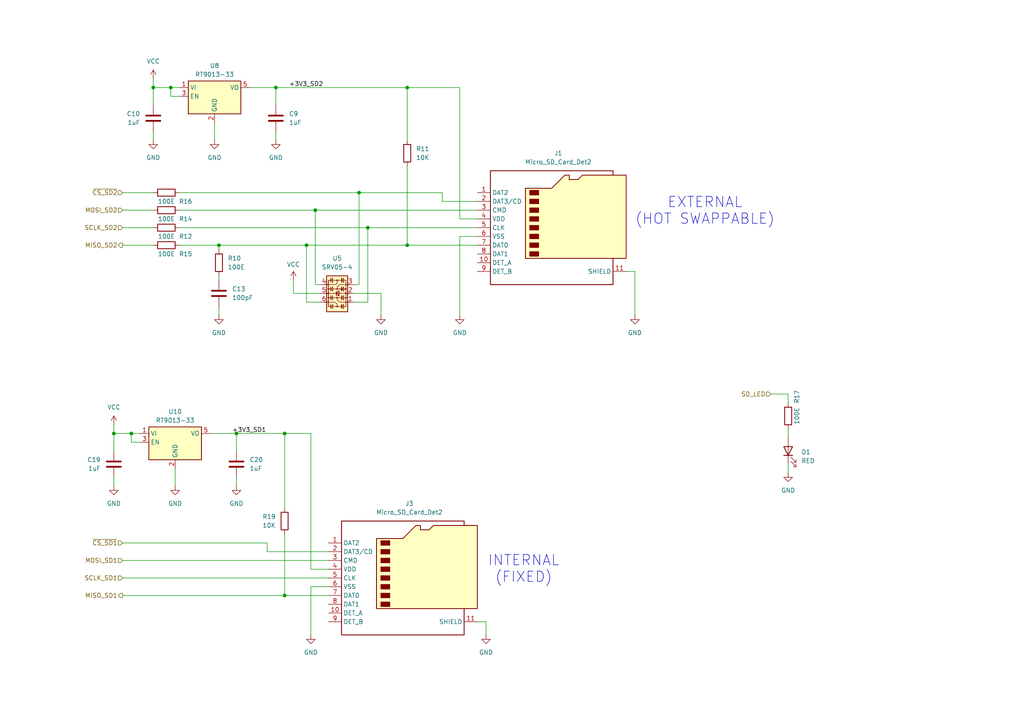
<source format=kicad_sch>
(kicad_sch (version 20250114) (generator "eeschema") (generator_version "9.0")
  (paper "A4")
  (title_block (title "A500-SD-plus-controller") (date "2025-09-26") (rev "1.0") (company "Mathesar"))
  (lib_symbols
    (symbol "Connector:Micro_SD_Card_Det2"
      (property "Reference" "J" (at -16.51 17.78 0))
      (property "Value" "Micro_SD_Card_Det2" (at 16.51 17.78 0))
      (symbol "Micro_SD_Card_Det2_0_1"
        (polyline (pts (xy -8.89 -8.89) (xy -8.89 11.43) (xy -1.27 11.43) (xy 2.54 15.24) (xy 3.81 15.24) (xy 3.81 13.97) (xy 6.35 13.97) (xy 7.62 15.24) (xy 20.32 15.24) (xy 20.32 -8.89) (xy -8.89 -8.89)) (stroke (width 0.254)) (fill (type background)))
        (rectangle (start -7.62 10.795) (end -5.08 9.525) (stroke (width 0.254)) (fill (type outline)))
        (rectangle (start -7.62 8.255) (end -5.08 6.985) (stroke (width 0.254)) (fill (type outline)))
        (rectangle (start -7.62 5.715) (end -5.08 4.445) (stroke (width 0.254)) (fill (type outline)))
        (rectangle (start -7.62 3.175) (end -5.08 1.905) (stroke (width 0.254)) (fill (type outline)))
        (rectangle (start -7.62 0.635) (end -5.08 -0.635) (stroke (width 0.254)) (fill (type outline)))
        (rectangle (start -7.62 -1.905) (end -5.08 -3.175) (stroke (width 0.254)) (fill (type outline)))
        (rectangle (start -7.62 -4.445) (end -5.08 -5.715) (stroke (width 0.254)) (fill (type outline)))
        (rectangle (start -7.62 -6.985) (end -5.08 -8.255) (stroke (width 0.254)) (fill (type outline)))
        (polyline (pts (xy 16.51 15.24) (xy 16.51 16.51) (xy -19.05 16.51) (xy -19.05 -16.51) (xy 16.51 -16.51) (xy 16.51 -8.89)) (stroke (width 0.254)))
      )
      (symbol "Micro_SD_Card_Det2_1_1"
        (pin bidirectional line (at -22.86 10.16 0) (length 3.81) (name "DAT2") (number "1"))
        (pin bidirectional line (at -22.86 7.62 0) (length 3.81) (name "DAT3/CD") (number "2"))
        (pin input line (at -22.86 5.08 0) (length 3.81) (name "CMD") (number "3"))
        (pin power_in line (at -22.86 2.54 0) (length 3.81) (name "VDD") (number "4"))
        (pin input line (at -22.86 0 0) (length 3.81) (name "CLK") (number "5"))
        (pin power_in line (at -22.86 -2.54 0) (length 3.81) (name "VSS") (number "6"))
        (pin bidirectional line (at -22.86 -5.08 0) (length 3.81) (name "DAT0") (number "7"))
        (pin bidirectional line (at -22.86 -7.62 0) (length 3.81) (name "DAT1") (number "8"))
        (pin passive line (at -22.86 -10.16 0) (length 3.81) (name "DET_A") (number "10"))
        (pin passive line (at -22.86 -12.7 0) (length 3.81) (name "DET_B") (number "9"))
        (pin passive line (at 20.32 -12.7 180) (length 3.81) (name "SHIELD") (number "11"))
      )
    )
    (symbol "Dennis:RT9013"
      (property "Reference" "U" (at -3.81 3.175 0))
      (property "Value" "RT9013" (at 0 3.175 0))
      (symbol "RT9013_0_1"
        (rectangle (start -7.62 1.905) (end 7.62 -7.62) (stroke (width 0.254)) (fill (type background)))
      )
      (symbol "RT9013_1_1"
        (pin power_in line (at -10.16 0 0) (length 2.54) (name "VI") (number "1"))
        (pin input line (at -10.16 -2.54 0) (length 2.54) (name "EN") (number "3"))
        (pin input line (at 0 -10.16 90) (length 2.54) (name "GND") (number "2"))
        (pin power_out line (at 10.16 0 180) (length 2.54) (name "VO") (number "5"))
      )
    )
    (symbol "Device:C" (pin_numbers (hide yes)) (pin_names (offset 0.254))
      (property "Reference" "C" (at 0.635 2.54 0))
      (property "Value" "C" (at 0.635 -2.54 0))
      (symbol "C_0_1"
        (polyline (pts (xy -2.032 0.762) (xy 2.032 0.762)) (stroke (width 0.508)))
        (polyline (pts (xy -2.032 -0.762) (xy 2.032 -0.762)) (stroke (width 0.508)))
      )
      (symbol "C_1_1"
        (pin passive line (at 0 3.81 270) (length 2.794) (name "~") (number "1"))
        (pin passive line (at 0 -3.81 90) (length 2.794) (name "~") (number "2"))
      )
    )
    (symbol "Device:LED" (pin_numbers (hide yes)) (pin_names (offset 1.016) (hide yes))
      (property "Reference" "D" (at 0 2.54 0))
      (property "Value" "LED" (at 0 -2.54 0))
      (symbol "LED_0_1"
        (polyline (pts (xy -3.048 -0.762) (xy -4.572 -2.286) (xy -3.81 -2.286) (xy -4.572 -2.286) (xy -4.572 -1.524)))
        (polyline (pts (xy -1.778 -0.762) (xy -3.302 -2.286) (xy -2.54 -2.286) (xy -3.302 -2.286) (xy -3.302 -1.524)))
        (polyline (pts (xy -1.27 0) (xy 1.27 0)))
        (polyline (pts (xy -1.27 -1.27) (xy -1.27 1.27)) (stroke (width 0.254)))
        (polyline (pts (xy 1.27 -1.27) (xy 1.27 1.27) (xy -1.27 0) (xy 1.27 -1.27)) (stroke (width 0.254)))
      )
      (symbol "LED_1_1"
        (pin passive line (at -3.81 0 0) (length 2.54) (name "K") (number "1"))
        (pin passive line (at 3.81 0 180) (length 2.54) (name "A") (number "2"))
      )
    )
    (symbol "Device:R" (pin_numbers (hide yes)) (pin_names (offset 0))
      (property "Reference" "R" (at 2.032 0 90))
      (property "Value" "R" (at 0 0 90))
      (symbol "R_0_1"
        (rectangle (start -1.016 -2.54) (end 1.016 2.54) (stroke (width 0.254)))
      )
      (symbol "R_1_1"
        (pin passive line (at 0 3.81 270) (length 1.27) (name "~") (number "1"))
        (pin passive line (at 0 -3.81 90) (length 1.27) (name "~") (number "2"))
      )
    )
    (symbol "Power_Protection:NUP4202"
      (property "Reference" "U" (at -6.985 -2.54 0))
      (property "Value" "NUP4202" (at 6.35 1.27 90))
      (symbol "NUP4202_0_1"
        (rectangle (start -5.334 3.048) (end 5.08 -3.048) (stroke (width 0.254)) (fill (type background)))
        (polyline (pts (xy -4.445 1.905) (xy -3.175 1.905)))
        (polyline (pts (xy -4.445 1.27) (xy -3.175 1.27) (xy -3.81 1.905) (xy -4.445 1.27)))
        (polyline (pts (xy -4.445 -1.27) (xy -3.175 -1.27)))
        (polyline (pts (xy -4.445 -1.27) (xy -3.175 -1.27)))
        (polyline (pts (xy -4.445 -1.905) (xy -3.175 -1.905) (xy -3.81 -1.27) (xy -4.445 -1.905)))
        (polyline (pts (xy -3.81 2.54) (xy 3.81 2.54)))
        (polyline (pts (xy -3.81 2.54) (xy 3.81 2.54)))
        (polyline (pts (xy -3.81 0.635) (xy -3.81 2.54)))
        (circle (center -3.81 0) (radius 0.127))
        (circle (center -3.81 0) (radius 0.127))
        (polyline (pts (xy -3.81 -0.635) (xy -3.81 0.635)))
        (polyline (pts (xy -3.81 -2.54) (xy -3.81 -0.635)))
        (polyline (pts (xy -3.81 -2.54) (xy 3.81 -2.54)))
        (polyline (pts (xy -2.54 3.81) (xy -2.54 0.635) (xy -3.048 0) (xy -3.937 0)))
        (polyline (pts (xy -2.54 -3.81) (xy -2.54 -0.762) (xy -1.905 0) (xy -1.27 0)))
        (polyline (pts (xy -1.905 1.905) (xy -0.635 1.905)))
        (polyline (pts (xy -1.905 1.27) (xy -0.635 1.27) (xy -1.27 1.905) (xy -1.905 1.27)))
        (polyline (pts (xy -1.905 -1.27) (xy -0.635 -1.27)))
        (polyline (pts (xy -1.905 -1.27) (xy -0.635 -1.27)))
        (polyline (pts (xy -1.905 -1.905) (xy -0.635 -1.905) (xy -1.27 -1.27) (xy -1.905 -1.905)))
        (circle (center -1.27 2.54) (radius 0.127))
        (circle (center -1.27 2.54) (radius 0.127))
        (polyline (pts (xy -1.27 0.635) (xy -1.27 2.54)))
        (polyline (pts (xy -1.27 0.635) (xy -1.27 -0.635)))
        (circle (center -1.27 0) (radius 0.127))
        (circle (center -1.27 0) (radius 0.127))
        (circle (center -1.27 -2.54) (radius 0.127))
        (circle (center -1.27 -2.54) (radius 0.127))
        (polyline (pts (xy -1.27 -2.54) (xy -1.27 -0.635)))
        (polyline (pts (xy -1.27 -2.54) (xy -1.27 -0.635)))
        (polyline (pts (xy -0.762 -0.508) (xy 0.762 -0.508) (xy 0 0.254) (xy -0.762 -0.508)))
        (polyline (pts (xy -0.762 -0.508) (xy 0.762 -0.508) (xy 0 0.254) (xy -0.762 -0.508)))
        (circle (center 0 2.54) (radius 0.127))
        (circle (center 0 2.54) (radius 0.127))
        (polyline (pts (xy 0 1.016) (xy 0 3.81)))
        (polyline (pts (xy 0 -0.889) (xy 0 1.016)))
        (polyline (pts (xy 0 -0.889) (xy 0 1.016)))
        (polyline (pts (xy 0 -0.889) (xy 0 -3.81)))
        (circle (center 0 -2.54) (radius 0.127))
        (circle (center 0 -2.54) (radius 0.127))
        (polyline (pts (xy 0.635 1.905) (xy 1.905 1.905)))
        (polyline (pts (xy 0.635 1.27) (xy 1.905 1.27) (xy 1.27 1.905) (xy 0.635 1.27)))
        (polyline (pts (xy 0.635 -1.27) (xy 1.905 -1.27)))
        (polyline (pts (xy 0.635 -1.27) (xy 1.905 -1.27)))
        (polyline (pts (xy 0.635 -1.905) (xy 1.905 -1.905) (xy 1.27 -1.27) (xy 0.635 -1.905)))
        (polyline (pts (xy 0.762 0.254) (xy -0.762 0.254) (xy -0.762 0)))
        (circle (center 1.27 2.54) (radius 0.127))
        (circle (center 1.27 2.54) (radius 0.127))
        (polyline (pts (xy 1.27 0.635) (xy 1.27 2.54)))
        (polyline (pts (xy 1.27 0.635) (xy 1.27 -0.635)))
        (circle (center 1.27 0) (radius 0.127))
        (circle (center 1.27 0) (radius 0.127))
        (polyline (pts (xy 1.27 -2.54) (xy 1.27 -0.635)))
        (polyline (pts (xy 1.27 -2.54) (xy 1.27 -0.635)))
        (circle (center 1.27 -2.54) (radius 0.127))
        (circle (center 1.27 -2.54) (radius 0.127))
        (polyline (pts (xy 2.54 3.81) (xy 2.54 0.508) (xy 2.921 0) (xy 3.81 0)))
        (polyline (pts (xy 2.54 -3.81) (xy 2.54 -0.762) (xy 1.905 0) (xy 1.143 0)))
        (polyline (pts (xy 3.175 1.905) (xy 4.445 1.905)))
        (polyline (pts (xy 3.175 1.27) (xy 4.445 1.27) (xy 3.81 1.905) (xy 3.175 1.27)))
        (polyline (pts (xy 3.175 -1.27) (xy 4.445 -1.27)))
        (polyline (pts (xy 3.175 -1.27) (xy 4.445 -1.27)))
        (polyline (pts (xy 3.175 -1.905) (xy 4.445 -1.905) (xy 3.81 -1.27) (xy 3.175 -1.905)))
        (polyline (pts (xy 3.81 0.635) (xy 3.81 2.54)))
        (polyline (pts (xy 3.81 0.635) (xy 3.81 -0.635)))
        (circle (center 3.81 0) (radius 0.127))
        (circle (center 3.81 0) (radius 0.127))
        (polyline (pts (xy 3.81 -2.54) (xy 3.81 -0.635)))
      )
      (symbol "NUP4202_1_1"
        (pin passive line (at -2.54 5.08 270) (length 2.54) (name "~") (number "6"))
        (pin passive line (at -2.54 -5.08 90) (length 2.54) (name "~") (number "1"))
        (pin passive line (at 0 5.08 270) (length 2.54) (name "~") (number "5"))
        (pin passive line (at 0 -5.08 90) (length 2.54) (name "~") (number "2"))
        (pin passive line (at 2.54 5.08 270) (length 2.54) (name "~") (number "4"))
        (pin passive line (at 2.54 -5.08 90) (length 2.54) (name "~") (number "3"))
      )
    )
    (symbol "power:GND" (power) (pin_numbers (hide yes)) (pin_names (offset 0) (hide yes))
      (property "Value" "GND" (at 0 -3.81 0))
      (symbol "GND_0_1"
        (polyline (pts (xy 0 0) (xy 0 -1.27) (xy 1.27 -1.27) (xy 0 -2.54) (xy -1.27 -1.27) (xy 0 -1.27)))
      )
      (symbol "GND_1_1"
        (pin power_in line (at 0 0 270) (length 0) (name "~") (number "1"))
      )
    )
    (symbol "power:VCC" (power) (pin_numbers (hide yes)) (pin_names (offset 0) (hide yes))
      (property "Value" "VCC" (at 0 3.556 0))
      (symbol "VCC_0_1"
        (polyline (pts (xy -0.762 1.27) (xy 0 2.54)))
        (polyline (pts (xy 0 2.54) (xy 0.762 1.27)))
        (polyline (pts (xy 0 0) (xy 0 2.54)))
      )
      (symbol "VCC_1_1"
        (pin power_in line (at 0 0 90) (length 0) (name "~") (number "1"))
      )
    )
  )
  (text "INTERNAL\n(FIXED)" (at 151.892 165.1 0) (effects (font (size 3 3))))
  (text "EXTERNAL\n(HOT SWAPPABLE)\n" (at 204.47 61.214 0) (effects (font (size 3 3))))
  (junction (at 68.58 125.73))
  (junction (at 33.02 125.73))
  (junction (at 63.5 71.12))
  (junction (at 82.55 125.73))
  (junction (at 106.68 66.04))
  (junction (at 38.1 125.73))
  (junction (at 80.01 25.4))
  (junction (at 49.53 25.4))
  (junction (at 44.45 25.4))
  (junction (at 82.55 172.72))
  (junction (at 118.11 71.12))
  (junction (at 118.11 25.4))
  (junction (at 104.14 55.88))
  (junction (at 88.9 71.12))
  (junction (at 91.44 60.96))
  (wire (pts (xy 110.49 85.09) (xy 110.49 91.44)))
  (wire (pts (xy 50.8 135.89) (xy 50.8 140.97)))
  (wire (pts (xy 80.01 25.4) (xy 118.11 25.4)))
  (wire (pts (xy 133.35 68.58) (xy 133.35 91.44)))
  (wire (pts (xy 138.43 68.58) (xy 133.35 68.58)))
  (wire (pts (xy 49.53 25.4) (xy 52.07 25.4)))
  (wire (pts (xy 38.1 128.27) (xy 38.1 125.73)))
  (wire (pts (xy 95.25 165.1) (xy 90.17 165.1)))
  (wire (pts (xy 35.56 157.48) (xy 77.47 157.48)))
  (wire (pts (xy 184.15 78.74) (xy 184.15 91.44)))
  (wire (pts (xy 95.25 170.18) (xy 90.17 170.18)))
  (wire (pts (xy 92.71 85.09) (xy 85.09 85.09)))
  (wire (pts (xy 92.71 82.55) (xy 91.44 82.55)))
  (wire (pts (xy 80.01 25.4) (xy 80.01 30.48)))
  (wire (pts (xy 80.01 38.1) (xy 80.01 40.64)))
  (wire (pts (xy 128.27 58.42) (xy 138.43 58.42)))
  (wire (pts (xy 68.58 125.73) (xy 68.58 130.81)))
  (wire (pts (xy 35.56 162.56) (xy 95.25 162.56)))
  (wire (pts (xy 33.02 138.43) (xy 33.02 140.97)))
  (wire (pts (xy 102.87 87.63) (xy 106.68 87.63)))
  (wire (pts (xy 63.5 71.12) (xy 63.5 72.39)))
  (wire (pts (xy 90.17 170.18) (xy 90.17 184.15)))
  (wire (pts (xy 35.56 55.88) (xy 44.45 55.88)))
  (wire (pts (xy 63.5 80.01) (xy 63.5 81.28)))
  (wire (pts (xy 228.6 124.46) (xy 228.6 127)))
  (wire (pts (xy 91.44 60.96) (xy 138.43 60.96)))
  (wire (pts (xy 90.17 125.73) (xy 90.17 165.1)))
  (wire (pts (xy 104.14 55.88) (xy 128.27 55.88)))
  (wire (pts (xy 82.55 172.72) (xy 95.25 172.72)))
  (wire (pts (xy 88.9 87.63) (xy 88.9 71.12)))
  (wire (pts (xy 104.14 82.55) (xy 104.14 55.88)))
  (wire (pts (xy 82.55 154.94) (xy 82.55 172.72)))
  (wire (pts (xy 35.56 66.04) (xy 44.45 66.04)))
  (wire (pts (xy 138.43 180.34) (xy 140.97 180.34)))
  (wire (pts (xy 82.55 125.73) (xy 82.55 147.32)))
  (wire (pts (xy 49.53 27.94) (xy 49.53 25.4)))
  (wire (pts (xy 52.07 60.96) (xy 91.44 60.96)))
  (wire (pts (xy 91.44 60.96) (xy 91.44 82.55)))
  (wire (pts (xy 228.6 134.62) (xy 228.6 137.16)))
  (wire (pts (xy 52.07 27.94) (xy 49.53 27.94)))
  (wire (pts (xy 52.07 55.88) (xy 104.14 55.88)))
  (wire (pts (xy 35.56 167.64) (xy 95.25 167.64)))
  (wire (pts (xy 118.11 25.4) (xy 133.35 25.4)))
  (wire (pts (xy 106.68 66.04) (xy 138.43 66.04)))
  (wire (pts (xy 106.68 87.63) (xy 106.68 66.04)))
  (wire (pts (xy 33.02 123.19) (xy 33.02 125.73)))
  (wire (pts (xy 118.11 48.26) (xy 118.11 71.12)))
  (wire (pts (xy 133.35 25.4) (xy 133.35 63.5)))
  (wire (pts (xy 52.07 71.12) (xy 63.5 71.12)))
  (wire (pts (xy 35.56 172.72) (xy 82.55 172.72)))
  (wire (pts (xy 223.52 114.3) (xy 228.6 114.3)))
  (wire (pts (xy 38.1 125.73) (xy 40.64 125.73)))
  (wire (pts (xy 44.45 38.1) (xy 44.45 40.64)))
  (wire (pts (xy 77.47 160.02) (xy 95.25 160.02)))
  (wire (pts (xy 68.58 125.73) (xy 82.55 125.73)))
  (wire (pts (xy 128.27 55.88) (xy 128.27 58.42)))
  (wire (pts (xy 44.45 25.4) (xy 44.45 30.48)))
  (wire (pts (xy 63.5 71.12) (xy 88.9 71.12)))
  (wire (pts (xy 60.96 125.73) (xy 68.58 125.73)))
  (wire (pts (xy 40.64 128.27) (xy 38.1 128.27)))
  (wire (pts (xy 228.6 114.3) (xy 228.6 116.84)))
  (wire (pts (xy 184.15 78.74) (xy 181.61 78.74)))
  (wire (pts (xy 49.53 25.4) (xy 44.45 25.4)))
  (wire (pts (xy 92.71 87.63) (xy 88.9 87.63)))
  (wire (pts (xy 68.58 138.43) (xy 68.58 140.97)))
  (wire (pts (xy 52.07 66.04) (xy 106.68 66.04)))
  (wire (pts (xy 44.45 22.86) (xy 44.45 25.4)))
  (wire (pts (xy 88.9 71.12) (xy 118.11 71.12)))
  (wire (pts (xy 72.39 25.4) (xy 80.01 25.4)))
  (wire (pts (xy 77.47 157.48) (xy 77.47 160.02)))
  (wire (pts (xy 140.97 180.34) (xy 140.97 184.15)))
  (wire (pts (xy 102.87 85.09) (xy 110.49 85.09)))
  (wire (pts (xy 33.02 125.73) (xy 33.02 130.81)))
  (wire (pts (xy 138.43 63.5) (xy 133.35 63.5)))
  (wire (pts (xy 82.55 125.73) (xy 90.17 125.73)))
  (wire (pts (xy 118.11 71.12) (xy 138.43 71.12)))
  (wire (pts (xy 102.87 82.55) (xy 104.14 82.55)))
  (wire (pts (xy 63.5 88.9) (xy 63.5 91.44)))
  (wire (pts (xy 85.09 81.28) (xy 85.09 85.09)))
  (wire (pts (xy 35.56 71.12) (xy 44.45 71.12)))
  (wire (pts (xy 62.23 35.56) (xy 62.23 40.64)))
  (wire (pts (xy 38.1 125.73) (xy 33.02 125.73)))
  (wire (pts (xy 35.56 60.96) (xy 44.45 60.96)))
  (wire (pts (xy 118.11 25.4) (xy 118.11 40.64)))
  (label "+3V3_SD2" (at 83.82 25.4 0))
  (label "+3V3_SD1" (at 67.31 125.73 0))
  (hierarchical_label "MISO_SD1" (shape output) (at 35.56 172.72 180))
  (hierarchical_label "SCLK_SD2" (shape input) (at 35.56 66.04 180))
  (hierarchical_label "~{CS_SD1}" (shape input) (at 35.56 157.48 180))
  (hierarchical_label "~{CS_SD2}" (shape input) (at 35.56 55.88 180))
  (hierarchical_label "SCLK_SD1" (shape input) (at 35.56 167.64 180))
  (hierarchical_label "MOSI_SD1" (shape input) (at 35.56 162.56 180))
  (hierarchical_label "SD_LED" (shape input) (at 223.52 114.3 180))
  (hierarchical_label "MISO_SD2" (shape output) (at 35.56 71.12 180))
  (hierarchical_label "MOSI_SD2" (shape input) (at 35.56 60.96 180))
  (symbol (lib_id "power:VCC") (at 33.02 123.19 0) (unit 1)
    (property "Reference" "#PWR054" (effects (hide yes)))
    (property "Value" "VCC" (at 33.02 118.11 0))
    (property "Description" "Power symbol creates a global label with name \"VCC\"" (effects (hide yes)))
  )
  (symbol (lib_id "Device:R") (at 118.11 44.45 0) (unit 1)
    (property "Reference" "R11" (at 120.65 43.1799 0) (effects (justify left)))
    (property "Value" "10K" (at 120.65 45.7199 0) (effects (justify left)))
    (property "Footprint" "Resistor_SMD:R_0603_1608Metric" (effects (hide yes)))
    (property "Description" "Resistor" (effects (hide yes)))
  )
  (symbol (lib_id "power:GND") (at 90.17 184.15 0) (unit 1)
    (property "Reference" "#PWR046" (effects (hide yes)))
    (property "Value" "GND" (at 90.17 189.23 0))
    (property "Description" "Power symbol creates a global label with name \"GND\" , ground" (effects (hide yes)))
  )
  (symbol (lib_id "power:VCC") (at 85.09 81.28 0) (unit 1)
    (property "Reference" "#PWR024" (effects (hide yes)))
    (property "Value" "VCC" (at 85.09 76.708 0))
    (property "Description" "Power symbol creates a global label with name \"VCC\"" (effects (hide yes)))
  )
  (symbol (lib_id "Dennis:RT9013") (at 50.8 125.73 0) (unit 1)
    (property "Reference" "U10" (at 50.8 119.38 0))
    (property "Value" "RT9013-33" (at 50.8 121.92 0))
    (property "Footprint" "Package_TO_SOT_SMD:SOT-23-5" (effects (hide yes)))
    (property "Datasheet" "https://www.richtek.com/assets/product_file/RT9013/DS9013-10.pdf" (effects (hide yes)))
    (property "Description" "500mA, Low Dropout, Low Noise Ultra-Fast Without Bypass Capacitor CMOS LDO Regulator" (effects (hide yes)))
    (property "MPN" "TPRT9013-33GB" (effects (hide yes)))
  )
  (symbol (lib_id "Device:R") (at 63.5 76.2 0) (unit 1)
    (property "Reference" "R10" (at 66.04 74.9299 0) (effects (justify left)))
    (property "Value" "100E" (at 66.04 77.4699 0) (effects (justify left)))
    (property "Footprint" "Resistor_SMD:R_0603_1608Metric" (effects (hide yes)))
    (property "Description" "Resistor" (effects (hide yes)))
  )
  (symbol (lib_id "power:GND") (at 63.5 91.44 0) (unit 1)
    (property "Reference" "#PWR031" (effects (hide yes)))
    (property "Value" "GND" (at 63.5 96.52 0))
    (property "Description" "Power symbol creates a global label with name \"GND\" , ground" (effects (hide yes)))
  )
  (symbol (lib_id "Device:C") (at 33.02 134.62 0) (mirror x) (unit 1)
    (property "Reference" "C19" (at 29.21 133.3499 0) (effects (justify right)))
    (property "Value" "1uF" (at 29.21 135.8899 0) (effects (justify right)))
    (property "Footprint" "Capacitor_SMD:C_0805_2012Metric" (effects (hide yes)))
    (property "Description" "Unpolarized capacitor" (effects (hide yes)))
  )
  (symbol (lib_id "Device:LED") (at 228.6 130.81 90) (unit 1)
    (property "Reference" "D1" (at 232.41 131.1274 90) (effects (justify right)))
    (property "Value" "RED" (at 232.41 133.6674 90) (effects (justify right)))
    (property "Footprint" "LED_SMD:LED_0805_2012Metric" (effects (hide yes)))
    (property "Description" "Light emitting diode" (effects (hide yes)))
    (property "Sim.Pins" "1=K 2=A" (effects (hide yes)))
    (property "MPN" "NCD0805R1" (effects (hide yes)))
  )
  (symbol (lib_id "Device:R") (at 48.26 55.88 270) (unit 1)
    (property "Reference" "R16" (at 53.848 58.42 90))
    (property "Value" "100E" (at 48.26 58.42 90))
    (property "Footprint" "Resistor_SMD:R_0603_1608Metric" (effects (hide yes)))
    (property "Description" "Resistor" (effects (hide yes)))
  )
  (symbol (lib_id "power:GND") (at 44.45 40.64 0) (unit 1)
    (property "Reference" "#PWR033" (effects (hide yes)))
    (property "Value" "GND" (at 44.45 45.72 0))
    (property "Description" "Power symbol creates a global label with name \"GND\" , ground" (effects (hide yes)))
  )
  (symbol (lib_id "power:GND") (at 184.15 91.44 0) (unit 1)
    (property "Reference" "#PWR032" (effects (hide yes)))
    (property "Value" "GND" (at 184.15 96.52 0))
    (property "Description" "Power symbol creates a global label with name \"GND\" , ground" (effects (hide yes)))
  )
  (symbol (lib_id "Device:R") (at 48.26 71.12 270) (unit 1)
    (property "Reference" "R15" (at 53.848 73.66 90))
    (property "Value" "100E" (at 48.26 73.66 90))
    (property "Footprint" "Resistor_SMD:R_0603_1608Metric" (effects (hide yes)))
    (property "Description" "Resistor" (effects (hide yes)))
  )
  (symbol (lib_id "Device:R") (at 82.55 151.13 0) (mirror y) (unit 1)
    (property "Reference" "R19" (at 80.01 149.8599 0) (effects (justify left)))
    (property "Value" "10K" (at 80.01 152.3999 0) (effects (justify left)))
    (property "Footprint" "Resistor_SMD:R_0603_1608Metric" (effects (hide yes)))
    (property "Description" "Resistor" (effects (hide yes)))
  )
  (symbol (lib_id "power:GND") (at 133.35 91.44 0) (unit 1)
    (property "Reference" "#PWR040" (effects (hide yes)))
    (property "Value" "GND" (at 133.35 96.52 0))
    (property "Description" "Power symbol creates a global label with name \"GND\" , ground" (effects (hide yes)))
  )
  (symbol (lib_id "power:GND") (at 80.01 40.64 0) (unit 1)
    (property "Reference" "#PWR034" (effects (hide yes)))
    (property "Value" "GND" (at 80.01 45.72 0))
    (property "Description" "Power symbol creates a global label with name \"GND\" , ground" (effects (hide yes)))
  )
  (symbol (lib_id "power:VCC") (at 44.45 22.86 0) (unit 1)
    (property "Reference" "#PWR036" (effects (hide yes)))
    (property "Value" "VCC" (at 44.45 17.78 0))
    (property "Description" "Power symbol creates a global label with name \"VCC\"" (effects (hide yes)))
  )
  (symbol (lib_id "Device:C") (at 63.5 85.09 180) (unit 1)
    (property "Reference" "C13" (at 67.31 83.8199 0) (effects (justify right)))
    (property "Value" "100pF" (at 67.31 86.3599 0) (effects (justify right)))
    (property "Footprint" "Capacitor_SMD:C_0603_1608Metric" (effects (hide yes)))
    (property "Description" "Unpolarized capacitor" (effects (hide yes)))
  )
  (symbol (lib_id "power:GND") (at 50.8 140.97 0) (unit 1)
    (property "Reference" "#PWR056" (effects (hide yes)))
    (property "Value" "GND" (at 50.8 146.05 0))
    (property "Description" "Power symbol creates a global label with name \"GND\" , ground" (effects (hide yes)))
  )
  (symbol (lib_id "power:GND") (at 110.49 91.44 0) (unit 1)
    (property "Reference" "#PWR023" (effects (hide yes)))
    (property "Value" "GND" (at 110.49 96.52 0))
    (property "Description" "Power symbol creates a global label with name \"GND\" , ground" (effects (hide yes)))
  )
  (symbol (lib_id "Connector:Micro_SD_Card_Det2") (at 118.11 167.64 0) (unit 1)
    (property "Reference" "J3" (at 118.745 146.05 0))
    (property "Value" "Micro_SD_Card_Det2" (at 118.745 148.59 0))
    (property "Footprint" "Connector_Card:microSD_HC_Hirose_DM3AT-SF-PEJM5" (effects (hide yes)))
    (property "Datasheet" "https://www.hirose.com/en/product/document?clcode=CL0609-0031-0-00&productname=DM3AT-SF-PEJM5&series=DM3&documenttype=2DDrawing&lang=en&documentid=0000947170" (effects (hide yes)))
    (property "Description" "Micro SD Card Socket with two card detection pins" (effects (hide yes)))
    (property "MPN" "DM3AT-SF-PEJM5" (effects (hide yes)))
  )
  (symbol (lib_id "Device:R") (at 48.26 66.04 270) (unit 1)
    (property "Reference" "R12" (at 53.848 68.58 90))
    (property "Value" "100E" (at 48.26 68.58 90))
    (property "Footprint" "Resistor_SMD:R_0603_1608Metric" (effects (hide yes)))
    (property "Description" "Resistor" (effects (hide yes)))
  )
  (symbol (lib_id "power:GND") (at 33.02 140.97 0) (unit 1)
    (property "Reference" "#PWR055" (effects (hide yes)))
    (property "Value" "GND" (at 33.02 146.05 0))
    (property "Description" "Power symbol creates a global label with name \"GND\" , ground" (effects (hide yes)))
  )
  (symbol (lib_id "Dennis:RT9013") (at 62.23 25.4 0) (unit 1)
    (property "Reference" "U8" (at 62.23 19.05 0))
    (property "Value" "RT9013-33" (at 62.23 21.59 0))
    (property "Footprint" "Package_TO_SOT_SMD:SOT-23-5" (effects (hide yes)))
    (property "Datasheet" "https://www.richtek.com/assets/product_file/RT9013/DS9013-10.pdf" (effects (hide yes)))
    (property "Description" "500mA, Low Dropout, Low Noise Ultra-Fast Without Bypass Capacitor CMOS LDO Regulator" (effects (hide yes)))
    (property "MPN" "TPRT9013-33GB" (effects (hide yes)))
  )
  (symbol (lib_id "Power_Protection:NUP4202") (at 97.79 85.09 90) (unit 1)
    (property "Reference" "U5" (at 97.79 74.93 90))
    (property "Value" "SRV05-4" (at 97.79 77.47 90))
    (property "Footprint" "Package_TO_SOT_SMD:SOT-23-6" (effects (hide yes)))
    (property "Datasheet" "https://jlcpcb.com/api/file/downloadByFileSystemAccessId/8590905124175241216" (effects (hide yes)))
    (property "Description" "ESD Protection Diode, Low Clamping Voltage" (effects (hide yes)))
  )
  (symbol (lib_id "power:GND") (at 68.58 140.97 0) (unit 1)
    (property "Reference" "#PWR057" (effects (hide yes)))
    (property "Value" "GND" (at 68.58 146.05 0))
    (property "Description" "Power symbol creates a global label with name \"GND\" , ground" (effects (hide yes)))
  )
  (symbol (lib_id "Device:C") (at 80.01 34.29 180) (unit 1)
    (property "Reference" "C9" (at 83.82 33.0199 0) (effects (justify right)))
    (property "Value" "1uF" (at 83.82 35.5599 0) (effects (justify right)))
    (property "Footprint" "Capacitor_SMD:C_0805_2012Metric" (effects (hide yes)))
    (property "Description" "Unpolarized capacitor" (effects (hide yes)))
  )
  (symbol (lib_id "power:GND") (at 228.6 137.16 0) (unit 1)
    (property "Reference" "#PWR044" (effects (hide yes)))
    (property "Value" "GND" (at 228.6 142.24 0))
    (property "Description" "Power symbol creates a global label with name \"GND\" , ground" (effects (hide yes)))
  )
  (symbol (lib_id "power:GND") (at 62.23 40.64 0) (unit 1)
    (property "Reference" "#PWR030" (effects (hide yes)))
    (property "Value" "GND" (at 62.23 45.72 0))
    (property "Description" "Power symbol creates a global label with name \"GND\" , ground" (effects (hide yes)))
  )
  (symbol (lib_id "Connector:Micro_SD_Card_Det2") (at 161.29 66.04 0) (unit 1)
    (property "Reference" "J1" (at 161.925 44.45 0))
    (property "Value" "Micro_SD_Card_Det2" (at 161.925 46.99 0))
    (property "Footprint" "Connector_Card:microSD_HC_Hirose_DM3AT-SF-PEJM5" (effects (hide yes)))
    (property "Datasheet" "https://www.hirose.com/en/product/document?clcode=CL0609-0031-0-00&productname=DM3AT-SF-PEJM5&series=DM3&documenttype=2DDrawing&lang=en&documentid=0000947170" (effects (hide yes)))
    (property "Description" "Micro SD Card Socket with two card detection pins" (effects (hide yes)))
    (property "MPN" "DM3AT-SF-PEJM5" (effects (hide yes)))
  )
  (symbol (lib_id "Device:R") (at 48.26 60.96 270) (unit 1)
    (property "Reference" "R14" (at 53.848 63.5 90))
    (property "Value" "100E" (at 48.26 63.5 90))
    (property "Footprint" "Resistor_SMD:R_0603_1608Metric" (effects (hide yes)))
    (property "Description" "Resistor" (effects (hide yes)))
  )
  (symbol (lib_id "power:GND") (at 140.97 184.15 0) (unit 1)
    (property "Reference" "#PWR047" (effects (hide yes)))
    (property "Value" "GND" (at 140.97 189.23 0))
    (property "Description" "Power symbol creates a global label with name \"GND\" , ground" (effects (hide yes)))
  )
  (symbol (lib_id "Device:C") (at 68.58 134.62 180) (unit 1)
    (property "Reference" "C20" (at 72.39 133.3499 0) (effects (justify right)))
    (property "Value" "1uF" (at 72.39 135.8899 0) (effects (justify right)))
    (property "Footprint" "Capacitor_SMD:C_0805_2012Metric" (effects (hide yes)))
    (property "Description" "Unpolarized capacitor" (effects (hide yes)))
  )
  (symbol (lib_id "Device:C") (at 44.45 34.29 0) (mirror x) (unit 1)
    (property "Reference" "C10" (at 40.64 33.0199 0) (effects (justify right)))
    (property "Value" "1uF" (at 40.64 35.5599 0) (effects (justify right)))
    (property "Footprint" "Capacitor_SMD:C_0805_2012Metric" (effects (hide yes)))
    (property "Description" "Unpolarized capacitor" (effects (hide yes)))
  )
  (symbol (lib_id "Device:R") (at 228.6 120.65 0) (unit 1)
    (property "Reference" "R17" (at 231.14 115.062 90))
    (property "Value" "100E" (at 231.14 120.65 90))
    (property "Footprint" "Resistor_SMD:R_0603_1608Metric" (effects (hide yes)))
    (property "Description" "Resistor" (effects (hide yes)))
  )
)
</source>
